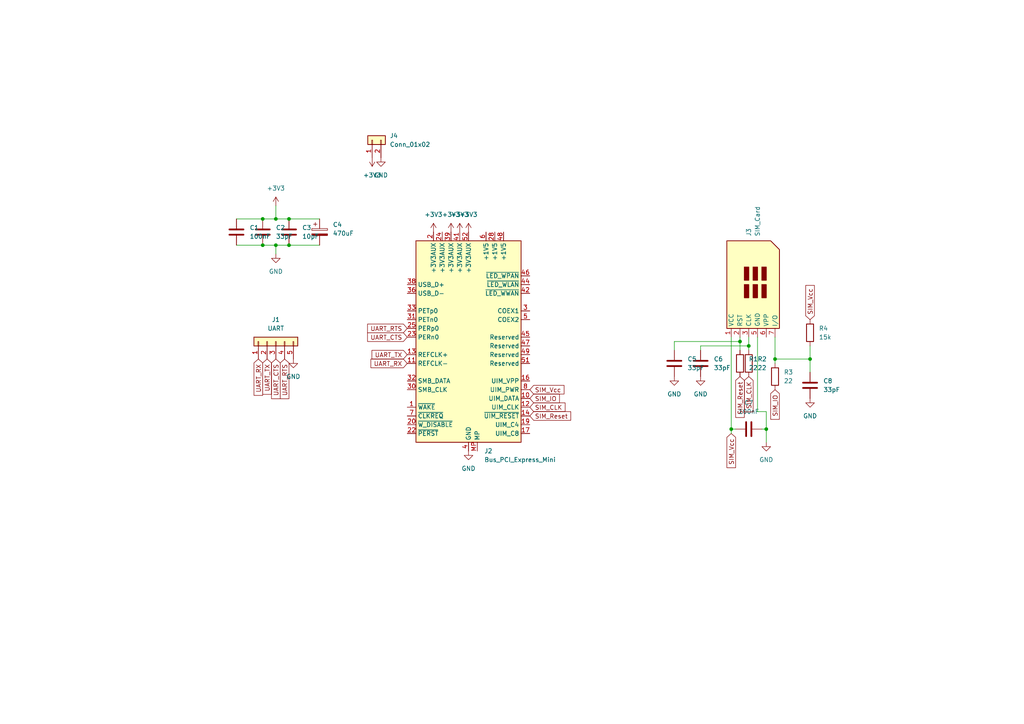
<source format=kicad_sch>
(kicad_sch (version 20211123) (generator eeschema)
  (paper "A4")
  (lib_symbols
    (symbol "Connector:Bus_PCI_Express_Mini"
      (property "Reference" "J" (at -16.51 31.75 0))
      (property "Value" "Bus_PCI_Express_Mini" (at 22.86 31.75 0))
      (symbol "Bus_PCI_Express_Mini_0_1"
        (rectangle (start -15.24 30.48) (end 15.24 -27.94) (stroke (width 0.254)) (fill (type background)))
      )
      (symbol "Bus_PCI_Express_Mini_1_1"
        (pin open_collector line (at -17.78 -17.78 0) (length 2.54) (name "~{WAKE}") (number "1"))
        (pin bidirectional line (at 17.78 -15.24 180) (length 2.54) (name "UIM_DATA") (number "10"))
        (pin input line (at -17.78 -5.08 0) (length 2.54) (name "REFCLK-") (number "11"))
        (pin output line (at 17.78 -17.78 180) (length 2.54) (name "UIM_CLK") (number "12"))
        (pin input line (at -17.78 -2.54 0) (length 2.54) (name "REFCLK+") (number "13"))
        (pin output line (at 17.78 -20.32 180) (length 2.54) (name "~{UIM_RESET}") (number "14"))
        (pin passive line (at 0 -30.48 90) (length 2.54) hide (name "GND") (number "15"))
        (pin power_out line (at 17.78 -10.16 180) (length 2.54) (name "UIM_VPP") (number "16"))
        (pin passive line (at 17.78 -25.4 180) (length 2.54) (name "UIM_C8") (number "17"))
        (pin passive line (at 0 -30.48 90) (length 2.54) hide (name "GND") (number "18"))
        (pin passive line (at 17.78 -22.86 180) (length 2.54) (name "UIM_C4") (number "19"))
        (pin power_in line (at -10.16 33.02 270) (length 2.54) (name "+3V3AUX") (number "2"))
        (pin input line (at -17.78 -22.86 0) (length 2.54) (name "~{W_DISABLE}") (number "20"))
        (pin passive line (at 0 -30.48 90) (length 2.54) hide (name "GND") (number "21"))
        (pin input line (at -17.78 -25.4 0) (length 2.54) (name "~{PERST}") (number "22"))
        (pin output line (at -17.78 2.54 0) (length 2.54) (name "PERn0") (number "23"))
        (pin power_in line (at -7.62 33.02 270) (length 2.54) (name "+3V3AUX") (number "24"))
        (pin output line (at -17.78 5.08 0) (length 2.54) (name "PERp0") (number "25"))
        (pin passive line (at 0 -30.48 90) (length 2.54) hide (name "GND") (number "26"))
        (pin passive line (at 0 -30.48 90) (length 2.54) hide (name "GND") (number "27"))
        (pin power_in line (at 7.62 33.02 270) (length 2.54) (name "+1V5") (number "28"))
        (pin passive line (at 0 -30.48 90) (length 2.54) hide (name "GND") (number "29"))
        (pin passive line (at 17.78 10.16 180) (length 2.54) (name "COEX1") (number "3"))
        (pin input line (at -17.78 -12.7 0) (length 2.54) (name "SMB_CLK") (number "30"))
        (pin input line (at -17.78 7.62 0) (length 2.54) (name "PETn0") (number "31"))
        (pin bidirectional line (at -17.78 -10.16 0) (length 2.54) (name "SMB_DATA") (number "32"))
        (pin input line (at -17.78 10.16 0) (length 2.54) (name "PETp0") (number "33"))
        (pin passive line (at 0 -30.48 90) (length 2.54) hide (name "GND") (number "34"))
        (pin passive line (at 0 -30.48 90) (length 2.54) hide (name "GND") (number "35"))
        (pin bidirectional line (at -17.78 15.24 0) (length 2.54) (name "USB_D-") (number "36"))
        (pin passive line (at 0 -30.48 90) (length 2.54) hide (name "GND") (number "37"))
        (pin bidirectional line (at -17.78 17.78 0) (length 2.54) (name "USB_D+") (number "38"))
        (pin power_in line (at -5.08 33.02 270) (length 2.54) (name "+3V3AUX") (number "39"))
        (pin power_in line (at 0 -30.48 90) (length 2.54) (name "GND") (number "4"))
        (pin passive line (at 0 -30.48 90) (length 2.54) hide (name "GND") (number "40"))
        (pin power_in line (at -2.54 33.02 270) (length 2.54) (name "+3V3AUX") (number "41"))
        (pin open_collector line (at 17.78 15.24 180) (length 2.54) (name "~{LED_WWAN}") (number "42"))
        (pin passive line (at 0 -30.48 90) (length 2.54) hide (name "GND") (number "43"))
        (pin open_collector line (at 17.78 17.78 180) (length 2.54) (name "~{LED_WLAN}") (number "44"))
        (pin passive line (at 17.78 2.54 180) (length 2.54) (name "Reserved") (number "45"))
        (pin open_collector line (at 17.78 20.32 180) (length 2.54) (name "~{LED_WPAN}") (number "46"))
        (pin passive line (at 17.78 0 180) (length 2.54) (name "Reserved") (number "47"))
        (pin power_in line (at 10.16 33.02 270) (length 2.54) (name "+1V5") (number "48"))
        (pin passive line (at 17.78 -2.54 180) (length 2.54) (name "Reserved") (number "49"))
        (pin passive line (at 17.78 7.62 180) (length 2.54) (name "COEX2") (number "5"))
        (pin passive line (at 0 -30.48 90) (length 2.54) hide (name "GND") (number "50"))
        (pin passive line (at 17.78 -5.08 180) (length 2.54) (name "Reserved") (number "51"))
        (pin power_in line (at 0 33.02 270) (length 2.54) (name "+3V3AUX") (number "52"))
        (pin power_in line (at 5.08 33.02 270) (length 2.54) (name "+1V5") (number "6"))
        (pin open_collector line (at -17.78 -20.32 0) (length 2.54) (name "~{CLKREQ}") (number "7"))
        (pin power_out line (at 17.78 -12.7 180) (length 2.54) (name "UIM_PWR") (number "8"))
        (pin passive line (at 0 -30.48 90) (length 2.54) hide (name "GND") (number "9"))
        (pin passive line (at 2.54 -30.48 90) (length 2.54) (name "MP") (number "MP"))
      )
    )
    (symbol "Connector:SIM_Card"
      (property "Reference" "J" (at -2.54 12.7 0))
      (property "Value" "SIM_Card" (at -1.27 10.16 0))
      (symbol "SIM_Card_0_1"
        (rectangle (start -1.27 -2.54) (end 2.54 -1.27) (stroke (width 0.254)) (fill (type outline)))
        (rectangle (start -1.27 0) (end 2.54 1.27) (stroke (width 0.254)) (fill (type outline)))
        (rectangle (start -1.27 2.54) (end 2.54 3.81) (stroke (width 0.254)) (fill (type outline)))
        (polyline (pts (xy -10.16 8.89) (xy 15.24 8.89) (xy 15.24 -3.81) (xy 12.7 -6.35) (xy -10.16 -6.35) (xy -10.16 8.89)) (stroke (width 0.254)) (fill (type background)))
        (rectangle (start 3.81 -1.27) (end 7.62 -2.54) (stroke (width 0.254)) (fill (type outline)))
        (rectangle (start 3.81 0) (end 7.62 1.27) (stroke (width 0.254)) (fill (type outline)))
        (rectangle (start 3.81 2.54) (end 7.62 3.81) (stroke (width 0.254)) (fill (type outline)))
      )
      (symbol "SIM_Card_1_1"
        (pin power_in line (at -12.7 7.62 0) (length 2.54) (name "VCC") (number "1"))
        (pin input line (at -12.7 5.08 0) (length 2.54) (name "RST") (number "2"))
        (pin input line (at -12.7 2.54 0) (length 2.54) (name "CLK") (number "3"))
        (pin power_in line (at -12.7 0 0) (length 2.54) (name "GND") (number "5"))
        (pin input line (at -12.7 -2.54 0) (length 2.54) (name "VPP") (number "6"))
        (pin bidirectional line (at -12.7 -5.08 0) (length 2.54) (name "I/O") (number "7"))
      )
    )
    (symbol "Connector_Generic:Conn_01x02" (pin_names (offset 1.016) hide)
      (property "Reference" "J" (at 0 2.54 0))
      (property "Value" "Conn_01x02" (at 0 -5.08 0))
      (symbol "Conn_01x02_1_1"
        (rectangle (start -1.27 -2.413) (end 0 -2.667) (stroke (width 0.1524)))
        (rectangle (start -1.27 0.127) (end 0 -0.127) (stroke (width 0.1524)))
        (rectangle (start -1.27 1.27) (end 1.27 -3.81) (stroke (width 0.254)) (fill (type background)))
        (pin passive line (at -5.08 0 0) (length 3.81) (name "Pin_1") (number "1"))
        (pin passive line (at -5.08 -2.54 0) (length 3.81) (name "Pin_2") (number "2"))
      )
    )
    (symbol "Connector_Generic:Conn_01x05" (pin_names (offset 1.016) hide)
      (property "Reference" "J" (at 0 7.62 0))
      (property "Value" "Conn_01x05" (at 0 -7.62 0))
      (symbol "Conn_01x05_1_1"
        (rectangle (start -1.27 -4.953) (end 0 -5.207) (stroke (width 0.1524)))
        (rectangle (start -1.27 -2.413) (end 0 -2.667) (stroke (width 0.1524)))
        (rectangle (start -1.27 0.127) (end 0 -0.127) (stroke (width 0.1524)))
        (rectangle (start -1.27 2.667) (end 0 2.413) (stroke (width 0.1524)))
        (rectangle (start -1.27 5.207) (end 0 4.953) (stroke (width 0.1524)))
        (rectangle (start -1.27 6.35) (end 1.27 -6.35) (stroke (width 0.254)) (fill (type background)))
        (pin passive line (at -5.08 5.08 0) (length 3.81) (name "Pin_1") (number "1"))
        (pin passive line (at -5.08 2.54 0) (length 3.81) (name "Pin_2") (number "2"))
        (pin passive line (at -5.08 0 0) (length 3.81) (name "Pin_3") (number "3"))
        (pin passive line (at -5.08 -2.54 0) (length 3.81) (name "Pin_4") (number "4"))
        (pin passive line (at -5.08 -5.08 0) (length 3.81) (name "Pin_5") (number "5"))
      )
    )
    (symbol "Device:C" (pin_numbers hide) (pin_names (offset 0.254))
      (property "Reference" "C" (at 0.635 2.54 0))
      (property "Value" "C" (at 0.635 -2.54 0))
      (symbol "C_0_1"
        (polyline (pts (xy -2.032 -0.762) (xy 2.032 -0.762)) (stroke (width 0.508)))
        (polyline (pts (xy -2.032 0.762) (xy 2.032 0.762)) (stroke (width 0.508)))
      )
      (symbol "C_1_1"
        (pin passive line (at 0 3.81 270) (length 2.794) (name "~") (number "1"))
        (pin passive line (at 0 -3.81 90) (length 2.794) (name "~") (number "2"))
      )
    )
    (symbol "Device:C_Polarized" (pin_numbers hide) (pin_names (offset 0.254))
      (property "Reference" "C" (at 0.635 2.54 0))
      (property "Value" "C_Polarized" (at 0.635 -2.54 0))
      (symbol "C_Polarized_0_1"
        (rectangle (start -2.286 0.508) (end 2.286 1.016))
        (polyline (pts (xy -1.778 2.286) (xy -0.762 2.286)))
        (polyline (pts (xy -1.27 2.794) (xy -1.27 1.778)))
        (rectangle (start 2.286 -0.508) (end -2.286 -1.016) (fill (type outline)))
      )
      (symbol "C_Polarized_1_1"
        (pin passive line (at 0 3.81 270) (length 2.794) (name "~") (number "1"))
        (pin passive line (at 0 -3.81 90) (length 2.794) (name "~") (number "2"))
      )
    )
    (symbol "Device:R" (pin_numbers hide) (pin_names (offset 0))
      (property "Reference" "R" (at 2.032 0 90))
      (property "Value" "R" (at 0 0 90))
      (symbol "R_0_1"
        (rectangle (start -1.016 -2.54) (end 1.016 2.54) (stroke (width 0.254)))
      )
      (symbol "R_1_1"
        (pin passive line (at 0 3.81 270) (length 1.27) (name "~") (number "1"))
        (pin passive line (at 0 -3.81 90) (length 1.27) (name "~") (number "2"))
      )
    )
    (symbol "power:+3.3V" (power) (pin_names (offset 0))
      (property "Value" "+3.3V" (at 0 3.556 0))
      (symbol "+3.3V_0_1"
        (polyline (pts (xy -0.762 1.27) (xy 0 2.54)))
        (polyline (pts (xy 0 0) (xy 0 2.54)))
        (polyline (pts (xy 0 2.54) (xy 0.762 1.27)))
      )
      (symbol "+3.3V_1_1"
        (pin power_in line (at 0 0 90) (length 0) hide (name "+3V3") (number "1"))
      )
    )
    (symbol "power:GND" (power) (pin_names (offset 0))
      (property "Value" "GND" (at 0 -3.81 0))
      (symbol "GND_0_1"
        (polyline (pts (xy 0 0) (xy 0 -1.27) (xy 1.27 -1.27) (xy 0 -2.54) (xy -1.27 -1.27) (xy 0 -1.27)))
      )
      (symbol "GND_1_1"
        (pin power_in line (at 0 0 270) (length 0) hide (name "GND") (number "1"))
      )
    )
  )
  (junction (at 83.82 71.12))
  (junction (at 212.09 124.46))
  (junction (at 222.25 124.46))
  (junction (at 76.2 63.5))
  (junction (at 80.01 63.5))
  (junction (at 224.79 104.14))
  (junction (at 217.17 100.33))
  (junction (at 83.82 63.5))
  (junction (at 214.63 99.06))
  (junction (at 80.01 71.12))
  (junction (at 234.95 104.14))
  (junction (at 76.2 71.12))
  (wire (pts (xy 212.09 97.79) (xy 212.09 124.46)))
  (wire (pts (xy 80.01 59.69) (xy 80.01 63.5)))
  (wire (pts (xy 80.01 63.5) (xy 83.82 63.5)))
  (wire (pts (xy 212.09 124.46) (xy 213.36 124.46)))
  (wire (pts (xy 222.25 128.27) (xy 222.25 124.46)))
  (wire (pts (xy 219.71 97.79) (xy 219.71 119.38)))
  (wire (pts (xy 195.58 99.06) (xy 195.58 101.6)))
  (wire (pts (xy 217.17 100.33) (xy 217.17 97.79)))
  (wire (pts (xy 76.2 63.5) (xy 80.01 63.5)))
  (wire (pts (xy 224.79 105.41) (xy 224.79 104.14)))
  (wire (pts (xy 203.2 100.33) (xy 217.17 100.33)))
  (wire (pts (xy 212.09 125.73) (xy 212.09 124.46)))
  (wire (pts (xy 219.71 119.38) (xy 222.25 119.38)))
  (wire (pts (xy 68.58 63.5) (xy 76.2 63.5)))
  (wire (pts (xy 222.25 119.38) (xy 222.25 124.46)))
  (wire (pts (xy 234.95 104.14) (xy 234.95 107.95)))
  (wire (pts (xy 220.98 124.46) (xy 222.25 124.46)))
  (wire (pts (xy 80.01 71.12) (xy 80.01 73.66)))
  (wire (pts (xy 224.79 97.79) (xy 224.79 104.14)))
  (wire (pts (xy 83.82 63.5) (xy 92.71 63.5)))
  (wire (pts (xy 83.82 71.12) (xy 92.71 71.12)))
  (wire (pts (xy 214.63 99.06) (xy 195.58 99.06)))
  (wire (pts (xy 214.63 101.6) (xy 214.63 99.06)))
  (wire (pts (xy 214.63 99.06) (xy 214.63 97.79)))
  (wire (pts (xy 68.58 71.12) (xy 76.2 71.12)))
  (wire (pts (xy 217.17 101.6) (xy 217.17 100.33)))
  (wire (pts (xy 203.2 101.6) (xy 203.2 100.33)))
  (wire (pts (xy 234.95 100.33) (xy 234.95 104.14)))
  (wire (pts (xy 224.79 104.14) (xy 234.95 104.14)))
  (wire (pts (xy 76.2 71.12) (xy 80.01 71.12)))
  (wire (pts (xy 80.01 71.12) (xy 83.82 71.12)))
  (global_label "UART_CTS" (shape input) (at 118.11 97.79 180) (property "Intersheet References" "${INTERSHEET_REFS}" (effects hide)))
  (global_label "SIM_Reset" (shape input) (at 214.63 109.22 270) (property "Intersheet References" "${INTERSHEET_REFS}" (effects hide)))
  (global_label "SIM_Vcc" (shape input) (at 234.95 92.71 90) (property "Intersheet References" "${INTERSHEET_REFS}" (effects hide)))
  (global_label "SIM_IO" (shape input) (at 224.79 113.03 270) (property "Intersheet References" "${INTERSHEET_REFS}" (effects hide)))
  (global_label "UART_RX" (shape input) (at 74.93 104.14 270) (property "Intersheet References" "${INTERSHEET_REFS}" (effects hide)))
  (global_label "UART_RTS" (shape input) (at 118.11 95.25 180) (property "Intersheet References" "${INTERSHEET_REFS}" (effects hide)))
  (global_label "UART_TX" (shape input) (at 77.47 104.14 270) (property "Intersheet References" "${INTERSHEET_REFS}" (effects hide)))
  (global_label "UART_CTS" (shape input) (at 80.01 104.14 270) (property "Intersheet References" "${INTERSHEET_REFS}" (effects hide)))
  (global_label "UART_TX" (shape input) (at 118.11 102.87 180) (property "Intersheet References" "${INTERSHEET_REFS}" (effects hide)))
  (global_label "SIM_CLK" (shape input) (at 153.67 118.11 0) (property "Intersheet References" "${INTERSHEET_REFS}" (effects hide)))
  (global_label "SIM_CLK" (shape input) (at 217.17 109.22 270) (property "Intersheet References" "${INTERSHEET_REFS}" (effects hide)))
  (global_label "SIM_IO" (shape input) (at 153.67 115.57 0) (property "Intersheet References" "${INTERSHEET_REFS}" (effects hide)))
  (global_label "UART_RTS" (shape input) (at 82.55 104.14 270) (property "Intersheet References" "${INTERSHEET_REFS}" (effects hide)))
  (global_label "SIM_Vcc" (shape input) (at 212.09 125.73 270) (property "Intersheet References" "${INTERSHEET_REFS}" (effects hide)))
  (global_label "SIM_Vcc" (shape input) (at 153.67 113.03 0) (property "Intersheet References" "${INTERSHEET_REFS}" (effects hide)))
  (global_label "UART_RX" (shape input) (at 118.11 105.41 180) (property "Intersheet References" "${INTERSHEET_REFS}" (effects hide)))
  (global_label "SIM_Reset" (shape input) (at 153.67 120.65 0) (property "Intersheet References" "${INTERSHEET_REFS}" (effects hide)))
  (symbol (lib_id "power:GND") (at 234.95 115.57 0) (unit 1)
    (property "Reference" "#PWR012" (effects hide))
    (property "Value" "GND" (at 234.95 120.65 0))
  )
  (symbol (lib_id "Device:R") (at 224.79 109.22 0) (unit 1)
    (property "Reference" "R3" (at 227.33 107.9499 0) (effects (justify left)))
    (property "Value" "22" (at 227.33 110.4899 0) (effects (justify left)))
    (property "Footprint" "Resistor_SMD:R_1206_3216Metric_Pad1.30x1.75mm_HandSolder" (effects hide))
  )
  (symbol (lib_id "Connector:Bus_PCI_Express_Mini") (at 135.89 100.33 0) (unit 1)
    (property "Reference" "J2" (at 140.4494 130.81 0) (effects (justify left)))
    (property "Value" "Bus_PCI_Express_Mini" (at 140.4494 133.35 0) (effects (justify left)))
    (property "Footprint" "Connector_PCBEdge:BUS_PCI_Express_Mini_Full" (effects hide))
  )
  (symbol (lib_id "power:+3.3V") (at 107.95 45.72 180) (unit 1)
    (property "Reference" "#PWR0102" (effects hide))
    (property "Value" "+3.3V" (at 107.95 50.8 0))
  )
  (symbol (lib_id "power:GND") (at 80.01 73.66 0) (unit 1)
    (property "Reference" "#PWR02" (effects hide))
    (property "Value" "GND" (at 80.01 78.74 0))
  )
  (symbol (lib_id "power:+3.3V") (at 80.01 59.69 0) (unit 1)
    (property "Reference" "#PWR01" (effects hide))
    (property "Value" "+3.3V" (at 80.01 54.61 0))
  )
  (symbol (lib_id "Device:C") (at 195.58 105.41 0) (unit 1)
    (property "Reference" "C5" (at 199.39 104.1399 0) (effects (justify left)))
    (property "Value" "33pF" (at 199.39 106.6799 0) (effects (justify left)))
    (property "Footprint" "Capacitor_SMD:C_1206_3216Metric_Pad1.33x1.80mm_HandSolder" (effects hide))
  )
  (symbol (lib_id "Device:C") (at 83.82 67.31 0) (unit 1)
    (property "Reference" "C3" (at 87.63 66.0399 0) (effects (justify left)))
    (property "Value" "10pF" (at 87.63 68.5799 0) (effects (justify left)))
    (property "Footprint" "Capacitor_SMD:C_1206_3216Metric_Pad1.33x1.80mm_HandSolder" (effects hide))
  )
  (symbol (lib_id "power:+3.3V") (at 125.73 67.31 0) (unit 1)
    (property "Reference" "#PWR04" (effects hide))
    (property "Value" "+3.3V" (at 125.73 62.23 0))
  )
  (symbol (lib_id "Device:C") (at 68.58 67.31 0) (unit 1)
    (property "Reference" "C1" (at 72.39 66.0399 0) (effects (justify left)))
    (property "Value" "100nF" (at 72.39 68.5799 0) (effects (justify left)))
    (property "Footprint" "Capacitor_SMD:C_1206_3216Metric_Pad1.33x1.80mm_HandSolder" (effects hide))
  )
  (symbol (lib_id "Device:R") (at 234.95 96.52 0) (unit 1)
    (property "Reference" "R4" (at 237.49 95.2499 0) (effects (justify left)))
    (property "Value" "15k" (at 237.49 97.7899 0) (effects (justify left)))
    (property "Footprint" "Resistor_SMD:R_1206_3216Metric_Pad1.30x1.75mm_HandSolder" (effects hide))
  )
  (symbol (lib_id "Device:C") (at 76.2 67.31 0) (unit 1)
    (property "Reference" "C2" (at 80.01 66.0399 0) (effects (justify left)))
    (property "Value" "33pF" (at 80.01 68.5799 0) (effects (justify left)))
    (property "Footprint" "Capacitor_SMD:C_1206_3216Metric_Pad1.33x1.80mm_HandSolder" (effects hide))
  )
  (symbol (lib_id "power:+3.3V") (at 135.89 67.31 0) (unit 1)
    (property "Reference" "#PWR07" (effects hide))
    (property "Value" "+3.3V" (at 135.89 62.23 0))
  )
  (symbol (lib_id "Device:C") (at 217.17 124.46 270) (unit 1)
    (property "Reference" "C7" (at 217.17 116.84 90))
    (property "Value" "100nF" (at 217.17 119.38 90))
    (property "Footprint" "Capacitor_SMD:C_1206_3216Metric_Pad1.33x1.80mm_HandSolder" (effects hide))
  )
  (symbol (lib_id "Device:C_Polarized") (at 92.71 67.31 0) (unit 1)
    (property "Reference" "C4" (at 96.52 65.1509 0) (effects (justify left)))
    (property "Value" "470uF" (at 96.52 67.6909 0) (effects (justify left)))
    (property "Footprint" "Capacitor_THT:CP_Radial_D10.0mm_P5.00mm" (effects hide))
  )
  (symbol (lib_id "Connector_Generic:Conn_01x02") (at 107.95 40.64 90) (unit 1)
    (property "Reference" "J4" (at 113.03 39.3699 90) (effects (justify right)))
    (property "Value" "Conn_01x02" (at 113.03 41.9099 90) (effects (justify right)))
    (property "Footprint" "TerminalBlock:TerminalBlock_bornier-2_P5.08mm" (effects hide))
  )
  (symbol (lib_id "Device:R") (at 217.17 105.41 0) (unit 1)
    (property "Reference" "R2" (at 219.71 104.1399 0) (effects (justify left)))
    (property "Value" "22" (at 219.71 106.6799 0) (effects (justify left)))
    (property "Footprint" "Resistor_SMD:R_1206_3216Metric_Pad1.30x1.75mm_HandSolder" (effects hide))
  )
  (symbol (lib_id "power:GND") (at 85.09 104.14 0) (unit 1)
    (property "Reference" "#PWR03" (effects hide))
    (property "Value" "GND" (at 85.09 109.22 0))
  )
  (symbol (lib_id "power:GND") (at 222.25 128.27 0) (unit 1)
    (property "Reference" "#PWR011" (effects hide))
    (property "Value" "GND" (at 222.25 133.35 0))
  )
  (symbol (lib_id "Device:C") (at 203.2 105.41 0) (unit 1)
    (property "Reference" "C6" (at 207.01 104.1399 0) (effects (justify left)))
    (property "Value" "33pF" (at 207.01 106.6799 0) (effects (justify left)))
    (property "Footprint" "Capacitor_SMD:C_1206_3216Metric_Pad1.33x1.80mm_HandSolder" (effects hide))
  )
  (symbol (lib_id "power:GND") (at 135.89 130.81 0) (unit 1)
    (property "Reference" "#PWR08" (effects hide))
    (property "Value" "GND" (at 135.89 135.89 0))
  )
  (symbol (lib_id "power:GND") (at 195.58 109.22 0) (unit 1)
    (property "Reference" "#PWR09" (effects hide))
    (property "Value" "GND" (at 195.58 114.3 0))
  )
  (symbol (lib_id "Device:C") (at 234.95 111.76 0) (unit 1)
    (property "Reference" "C8" (at 238.76 110.4899 0) (effects (justify left)))
    (property "Value" "33pF" (at 238.76 113.0299 0) (effects (justify left)))
    (property "Footprint" "Capacitor_SMD:C_1206_3216Metric_Pad1.33x1.80mm_HandSolder" (effects hide))
  )
  (symbol (lib_id "power:GND") (at 110.49 45.72 0) (unit 1)
    (property "Reference" "#PWR0101" (effects hide))
    (property "Value" "GND" (at 110.49 50.8 0))
  )
  (symbol (lib_id "Connector_Generic:Conn_01x05") (at 80.01 99.06 90) (unit 1)
    (property "Reference" "J1" (at 80.01 92.71 90))
    (property "Value" "UART" (at 80.01 95.25 90))
    (property "Footprint" "Connector_PinSocket_2.54mm:PinSocket_1x05_P2.54mm_Vertical" (effects hide))
  )
  (symbol (lib_id "power:+3.3V") (at 130.81 67.31 0) (unit 1)
    (property "Reference" "#PWR05" (effects hide))
    (property "Value" "+3.3V" (at 130.81 62.23 0))
  )
  (symbol (lib_id "Connector:SIM_Card") (at 219.71 85.09 90) (unit 1)
    (property "Reference" "J3" (at 217.1699 68.58 0) (effects (justify left)))
    (property "Value" "SIM_Card" (at 219.7099 68.58 0) (effects (justify left)))
    (property "Footprint" "Connector_Molex:micro_sim" (effects hide))
    (property "Datasheet" " ~" (effects hide))
  )
  (symbol (lib_id "power:GND") (at 203.2 109.22 0) (unit 1)
    (property "Reference" "#PWR010" (effects hide))
    (property "Value" "GND" (at 203.2 114.3 0))
  )
  (symbol (lib_id "power:+3.3V") (at 133.35 67.31 0) (unit 1)
    (property "Reference" "#PWR06" (effects hide))
    (property "Value" "+3.3V" (at 133.35 62.23 0))
  )
  (symbol (lib_id "Device:R") (at 214.63 105.41 0) (unit 1)
    (property "Reference" "R1" (at 217.17 104.1399 0) (effects (justify left)))
    (property "Value" "22" (at 217.17 106.6799 0) (effects (justify left)))
    (property "Footprint" "Resistor_SMD:R_1206_3216Metric_Pad1.30x1.75mm_HandSolder" (effects hide))
  )
)
</source>
